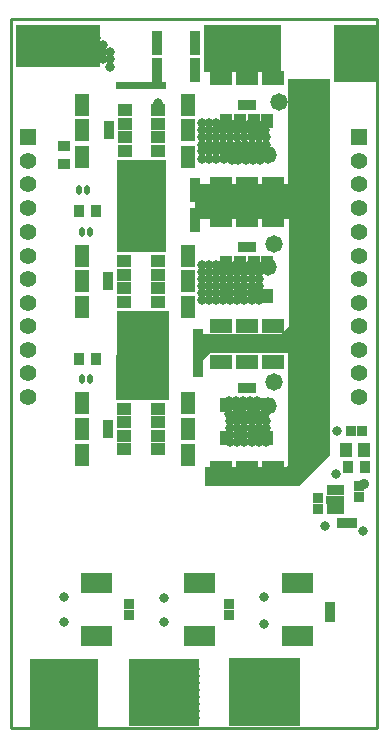
<source format=gts>
%FSTAX23Y23*%
%MOIN*%
%SFA1B1*%

%IPPOS*%
%AMD37*
4,1,8,-0.001800,-0.015800,0.001800,-0.015800,0.009900,-0.007700,0.009900,0.007700,0.001800,0.015800,-0.001800,0.015800,-0.009900,0.007700,-0.009900,-0.007700,-0.001800,-0.015800,0.0*
1,1,0.016260,-0.001800,-0.007700*
1,1,0.016260,0.001800,-0.007700*
1,1,0.016260,0.001800,0.007700*
1,1,0.016260,-0.001800,0.007700*
%
%ADD13C,0.010000*%
%ADD31R,0.033590X0.033200*%
%ADD32R,0.041470X0.047370*%
%ADD33R,0.025720X0.065090*%
%ADD34R,0.035560X0.043430*%
%ADD35R,0.059580X0.029650*%
%ADD36R,0.019810X0.035560*%
G04~CAMADD=37~8~0.0~0.0~198.1~316.2~81.3~0.0~15~0.0~0.0~0.0~0.0~0~0.0~0.0~0.0~0.0~0~0.0~0.0~0.0~180.0~198.0~316.0*
%ADD37D37*%
%ADD38O,0.019810X0.031620*%
%ADD39R,0.074930X0.051310*%
%ADD40R,0.059180X0.035560*%
%ADD41R,0.041470X0.051310*%
%ADD42R,0.051310X0.074930*%
%ADD43R,0.035560X0.059180*%
%ADD44R,0.051310X0.041470*%
%ADD45R,0.032410X0.079650*%
%ADD46R,0.033200X0.033590*%
%ADD47R,0.043430X0.035560*%
%ADD48C,0.055240*%
%ADD49R,0.055240X0.055240*%
%ADD50C,0.031620*%
%ADD51C,0.036000*%
%ADD52C,0.058000*%
%LNpcb1-1*%
%LPD*%
G36*
X00358Y02342D02*
Y02204D01*
X00078*
Y02342*
X00358*
G37*
G36*
X0096Y02185D02*
X00704D01*
Y02342*
X0096*
Y02185*
G37*
G36*
X01279Y02149D02*
X01275Y02153D01*
X01137*
Y02342*
X01279*
Y02149*
G37*
G36*
X00578Y02133D02*
X00574Y02129D01*
X00409*
Y02153*
X00578*
Y02133*
G37*
G36*
Y01586D02*
X00413D01*
Y01893*
X00578*
Y01586*
G37*
G36*
X00586Y01094D02*
X00409D01*
X00413Y01389*
X00586*
Y01094*
G37*
G36*
X01122Y00909D02*
X01019Y00807D01*
X00708*
Y0087*
X00976*
X00984Y00877*
Y01248*
X00724*
X00665Y01188*
Y01314*
X00964*
X00988Y01338*
Y01696*
X00673*
Y01811*
X00984*
Y02161*
X01122*
Y00909*
G37*
G36*
X01023Y00007D02*
X00787D01*
Y00232*
X01023*
Y00007*
G37*
G36*
X00688D02*
X00452D01*
Y00228*
X00688*
Y00007*
G37*
G36*
X0035Y00003D02*
X00122D01*
Y00228*
X0035*
Y00003*
G37*
G54D13*
X01279Y0D02*
Y02362D01*
X00059Y0D02*
X01279D01*
X00059D02*
Y02362D01*
X01279*
G54D31*
X01194Y0099D03*
X0123D03*
X01197Y00683D03*
X01162D03*
G54D32*
X01178Y00926D03*
X01237D03*
G54D33*
X00306Y00481D03*
Y00306D03*
X00331D03*
X00357D03*
X00382D03*
Y00481D03*
X00357D03*
X00331D03*
X0065Y00306D03*
X00676D03*
X00701D03*
X00727D03*
Y00481D03*
X00701D03*
X00676D03*
X0065D03*
X00975Y00306D03*
X01D03*
X01026D03*
X01052D03*
Y00481D03*
X01026D03*
X01D03*
X00975D03*
G54D34*
X01182Y00868D03*
X01241D03*
X00344Y0123D03*
X00285D03*
X00344Y01722D03*
X00285D03*
G54D35*
X01141Y00759D03*
G54D36*
X01161Y00728D03*
X01141D03*
X01122D03*
Y00791D03*
X01141D03*
X01161D03*
G54D37*
X00285Y01791D03*
X00296Y01653D03*
Y01161D03*
G54D38*
X00313Y01791D03*
X00324Y01653D03*
Y01161D03*
G54D39*
X00759Y02165D03*
X00846D03*
X00933D03*
X00759Y01811D03*
X00846D03*
X00933D03*
X00759Y01692D03*
X00846D03*
X00933D03*
X00759Y01338D03*
X00846D03*
X00933D03*
X00759Y0122D03*
X00846D03*
X00933D03*
X00759Y00866D03*
X00846D03*
X00933D03*
G54D40*
X00846Y02076D03*
Y01604D03*
Y01131D03*
G54D41*
X00778Y01911D03*
X00823D03*
X00869D03*
X00914D03*
X00778Y02021D03*
X00823D03*
X00869D03*
X00914D03*
X00778Y01438D03*
X00823D03*
X00869D03*
X00914D03*
X00778Y01549D03*
X00823D03*
X00869D03*
X00914D03*
X00778Y00966D03*
X00823D03*
X00869D03*
X00914D03*
X00778Y01076D03*
X00823D03*
X00869D03*
X00914D03*
G54D42*
X00297Y01904D03*
Y01991D03*
Y02077D03*
X00651Y01904D03*
Y01991D03*
Y02077D03*
X00295Y01401D03*
Y01488D03*
Y01574D03*
X00649Y01401D03*
Y01488D03*
Y01574D03*
X00295Y0091D03*
Y00997D03*
Y01083D03*
X00649Y0091D03*
Y00997D03*
Y01083D03*
G54D43*
X00385Y01991D03*
X00383Y01488D03*
Y00997D03*
G54D44*
X00551Y01923D03*
Y01968D03*
Y02013D03*
Y02059D03*
X0044Y01923D03*
Y01968D03*
Y02013D03*
Y02059D03*
X00549Y0142D03*
Y01465D03*
Y0151D03*
Y01556D03*
X00438Y0142D03*
Y01465D03*
Y0151D03*
Y01556D03*
X00549Y00929D03*
Y00974D03*
Y01019D03*
Y01064D03*
X00438Y00929D03*
Y00974D03*
Y01019D03*
Y01064D03*
G54D45*
X00673Y02194D03*
X00547D03*
X00673Y02283D03*
X00547D03*
X00673Y01791D03*
X00547D03*
X00673Y01692D03*
X00547D03*
X00683Y01289D03*
X00557D03*
X00683Y0121D03*
X00557D03*
G54D46*
X01082Y0073D03*
Y00765D03*
X0122Y00769D03*
Y00805D03*
X01122Y00368D03*
Y00403D03*
X00787Y00375D03*
Y00411D03*
X00452Y00375D03*
Y00411D03*
G54D47*
X00236Y01879D03*
Y01938D03*
G54D48*
X0122Y01102D03*
Y01181D03*
Y01259D03*
Y01338D03*
Y01417D03*
Y01496D03*
Y01574D03*
Y01653D03*
Y01732D03*
Y01811D03*
Y01889D03*
X00118Y01102D03*
Y01181D03*
Y01259D03*
Y01338D03*
Y01417D03*
Y01496D03*
Y01574D03*
Y01653D03*
Y01732D03*
Y01811D03*
Y01889D03*
G54D49*
X0122Y01968D03*
X00118D03*
G54D50*
X00389Y02251D03*
Y02228D03*
Y02204D03*
X00366Y02275D03*
Y02251D03*
Y02228D03*
X00342Y02299D03*
Y02275D03*
Y02251D03*
Y02228D03*
X00318Y02322D03*
Y02299D03*
Y02275D03*
Y02251D03*
Y02228D03*
X00295Y02322D03*
Y02299D03*
Y02275D03*
Y02251D03*
Y02228D03*
X00271Y02322D03*
Y02299D03*
Y02275D03*
Y02251D03*
Y02228D03*
X00248Y02322D03*
Y02299D03*
Y02275D03*
Y02251D03*
Y02228D03*
X00224Y02322D03*
Y02299D03*
Y02275D03*
Y02251D03*
Y02228D03*
X002Y02322D03*
Y02299D03*
Y02275D03*
Y02251D03*
Y02228D03*
X00177Y02322D03*
Y02299D03*
Y02275D03*
Y02251D03*
Y02228D03*
X00153Y02322D03*
Y02299D03*
Y02275D03*
Y02251D03*
Y02228D03*
X00129Y02322D03*
Y02299D03*
Y02275D03*
Y02251D03*
Y02228D03*
X00106Y02322D03*
Y02299D03*
Y02275D03*
Y02251D03*
Y02228D03*
X01263Y02322D03*
Y02299D03*
Y02275D03*
Y02251D03*
Y02228D03*
Y02204D03*
Y02181D03*
X0124Y02322D03*
Y02299D03*
Y02275D03*
Y02251D03*
Y02228D03*
Y02204D03*
Y02181D03*
X01216Y02322D03*
Y02299D03*
Y02275D03*
Y02251D03*
Y02228D03*
Y02204D03*
Y02181D03*
X01192Y02322D03*
Y02299D03*
Y02275D03*
Y02251D03*
Y02228D03*
Y02204D03*
Y02181D03*
X01169Y02322D03*
Y02299D03*
Y02275D03*
Y02251D03*
Y02228D03*
Y02204D03*
Y02181D03*
X00885Y02322D03*
Y02299D03*
X00862Y02322D03*
Y02299D03*
X00838Y02322D03*
Y02299D03*
X00814Y02322D03*
Y02299D03*
X00791Y02322D03*
Y02299D03*
X00767Y02322D03*
Y02299D03*
X00744Y02322D03*
Y02299D03*
X0072Y02322D03*
Y02299D03*
X00551Y02082D03*
X00814Y00196D03*
X00838D03*
X00862D03*
X00885D03*
X00909D03*
X00933D03*
X00956D03*
X0098D03*
X01003D03*
X00814Y00173D03*
X00838D03*
X00862D03*
X00885D03*
X00909D03*
X00933D03*
X00956D03*
X0098D03*
X01003D03*
Y00149D03*
Y00125D03*
Y00102D03*
Y00078D03*
Y00055D03*
Y00031D03*
X0098Y00149D03*
Y00125D03*
Y00102D03*
Y00078D03*
Y00055D03*
Y00031D03*
X00956Y00149D03*
Y00125D03*
Y00102D03*
Y00078D03*
Y00055D03*
Y00031D03*
X00933Y00149D03*
Y00125D03*
Y00102D03*
Y00078D03*
Y00055D03*
Y00031D03*
X00909Y00149D03*
Y00125D03*
Y00102D03*
Y00078D03*
Y00055D03*
Y00031D03*
X00885Y00149D03*
Y00125D03*
Y00102D03*
Y00078D03*
Y00055D03*
Y00031D03*
X00862Y00149D03*
Y00125D03*
Y00102D03*
Y00078D03*
Y00055D03*
Y00031D03*
X00838Y00149D03*
Y00125D03*
Y00102D03*
Y00078D03*
Y00055D03*
Y00031D03*
X00814Y00149D03*
Y00125D03*
Y00102D03*
Y00078D03*
Y00055D03*
Y00031D03*
X00484Y00196D03*
X00507D03*
X00531D03*
X00555D03*
X00578D03*
X00602D03*
X00625D03*
X00649D03*
X00673D03*
X00484Y00173D03*
X00507D03*
X00531D03*
X00555D03*
X00578D03*
X00602D03*
X00625D03*
X00649D03*
X00673D03*
Y00149D03*
Y00125D03*
Y00102D03*
Y00078D03*
Y00055D03*
Y00031D03*
X00649Y00149D03*
Y00125D03*
Y00102D03*
Y00078D03*
Y00055D03*
Y00031D03*
X00625Y00149D03*
Y00125D03*
Y00102D03*
Y00078D03*
Y00055D03*
Y00031D03*
X00602Y00149D03*
Y00125D03*
Y00102D03*
Y00078D03*
Y00055D03*
Y00031D03*
X00578Y00149D03*
Y00125D03*
Y00102D03*
Y00078D03*
Y00055D03*
Y00031D03*
X00555Y00149D03*
Y00125D03*
Y00102D03*
Y00078D03*
Y00055D03*
Y00031D03*
X00531Y00149D03*
Y00125D03*
Y00102D03*
Y00078D03*
Y00055D03*
Y00031D03*
X00507Y00149D03*
Y00125D03*
Y00102D03*
Y00078D03*
Y00055D03*
Y00031D03*
X00484Y00149D03*
Y00125D03*
Y00102D03*
Y00078D03*
Y00055D03*
Y00031D03*
X00153Y00196D03*
X00177D03*
X002D03*
X00224D03*
X00248D03*
X00271D03*
X00295D03*
X00318D03*
X00153Y00173D03*
X00177D03*
X002D03*
X00224D03*
X00248D03*
X00271D03*
X00295D03*
X00318D03*
Y00149D03*
Y00125D03*
Y00102D03*
Y00078D03*
Y00055D03*
Y00031D03*
X00295Y00149D03*
Y00125D03*
Y00102D03*
Y00078D03*
Y00055D03*
Y00031D03*
X00271Y00149D03*
Y00125D03*
Y00102D03*
Y00078D03*
Y00055D03*
Y00031D03*
X00248Y00149D03*
Y00125D03*
Y00102D03*
Y00078D03*
Y00055D03*
Y00031D03*
X00224Y00149D03*
Y00125D03*
Y00102D03*
Y00078D03*
Y00055D03*
Y00031D03*
X002Y00149D03*
Y00125D03*
Y00102D03*
Y00078D03*
Y00055D03*
Y00031D03*
X00177Y00149D03*
Y00125D03*
Y00102D03*
Y00078D03*
Y00055D03*
Y00031D03*
X00153Y00149D03*
Y00125D03*
Y00102D03*
Y00078D03*
Y00055D03*
Y00031D03*
X00787Y0109D03*
X00811D03*
X00834D03*
X00858D03*
X00881D03*
X00787Y0107D03*
X00811D03*
X00834D03*
X00858D03*
X00881D03*
X00905Y01047D03*
X00881D03*
X00858D03*
X00834D03*
X00811D03*
X00787D03*
X00909Y00952D03*
X00885D03*
X00862D03*
X00838D03*
X00814D03*
X00791D03*
X00909Y00976D03*
X00885D03*
X00862D03*
X00838D03*
X00814D03*
X00791D03*
X00909Y00999D03*
X00885D03*
X00862D03*
X00838D03*
X00814D03*
X00791D03*
X00909Y01023D03*
X00885D03*
X00862D03*
X00838D03*
X00814D03*
X00791D03*
X00744Y01425D03*
X00767D03*
Y01448D03*
Y01472D03*
Y01519D03*
X00763Y01543D03*
X00787D03*
X00811D03*
X00834D03*
X00858D03*
X00881D03*
X00791Y01519D03*
X00814D03*
X00838D03*
X00862D03*
X00885D03*
X00791Y01425D03*
X00814D03*
X00838D03*
X00862D03*
X00885D03*
X00791Y01448D03*
X00814D03*
X00838D03*
X00862D03*
X00885D03*
X00791Y01472D03*
X00814D03*
X00838D03*
X00862D03*
X00885D03*
Y01496D03*
X00862D03*
X00838D03*
X00814D03*
X00791D03*
X00767D03*
X00744Y01543D03*
Y01519D03*
Y01496D03*
Y01472D03*
Y01448D03*
X0072Y01543D03*
Y01519D03*
Y01496D03*
Y01472D03*
Y01448D03*
Y01425D03*
X00696Y01543D03*
Y01519D03*
Y01496D03*
Y01472D03*
Y01448D03*
Y01425D03*
X01148Y00989D03*
X01234Y00655D03*
X01107Y00671D03*
X00903Y00347D03*
X00904Y00436D03*
X0057Y00351D03*
X00235Y00436D03*
Y00353D03*
X0057Y00431D03*
X01144Y00845D03*
X00905Y02014D03*
X00907Y01991D03*
X00883D03*
X00881Y02014D03*
X0086Y01991D03*
X00909Y01968D03*
X00885D03*
X00862D03*
X00858Y02014D03*
X00834D03*
X00811D03*
X00788Y02015D03*
X00838Y01968D03*
X00836Y01991D03*
X00814Y01968D03*
X00812Y01991D03*
X00791Y01992D03*
Y01968D03*
X00766Y02014D03*
X00744Y02015D03*
X00767Y01992D03*
X00744D03*
X0072D03*
Y02015D03*
X00744Y01968D03*
X00767D03*
X00766Y01944D03*
X00744D03*
X0072Y01921D03*
Y01944D03*
X00744Y01921D03*
X00696Y02015D03*
X0072Y01968D03*
X00696Y01992D03*
Y01921D03*
Y01968D03*
Y01944D03*
X0072Y01897D03*
X00744D03*
X00696D03*
X00769Y01896D03*
X00768Y01921D03*
X00795Y01894D03*
X00818D03*
X00842D03*
X00866D03*
X00889D03*
X00794Y0192D03*
X00817D03*
X00841D03*
X00865D03*
X00888D03*
X00816Y01944D03*
X0084D03*
X00864D03*
X00887D03*
X00911D03*
X00791D03*
G54D51*
X01236Y00812D03*
G54D52*
X00915Y01909D03*
X00954Y02086D03*
X00935Y01151D03*
X00915Y01072D03*
Y01535D03*
X00935Y01614D03*
M02*
</source>
